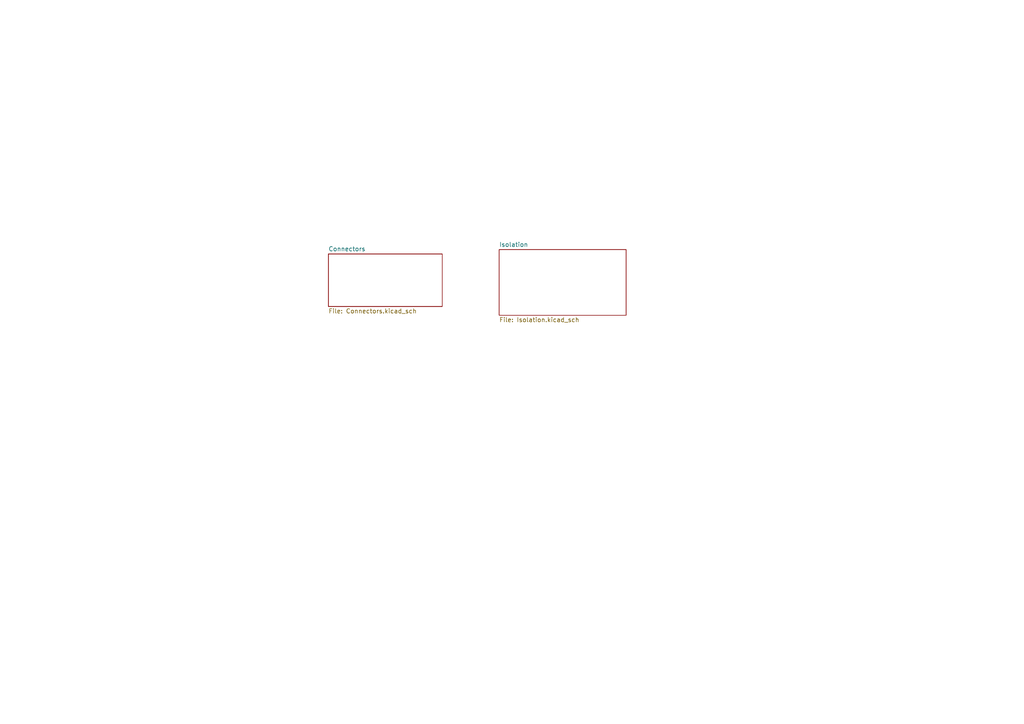
<source format=kicad_sch>
(kicad_sch
	(version 20231120)
	(generator "eeschema")
	(generator_version "8.0")
	(uuid "e63e39d7-6ac0-4ffd-8aa3-1841a4541b55")
	(paper "A4")
	(title_block
		(title "EFM8 USB Debug Adapter")
		(date "2024-03-22")
		(rev "B1")
		(company "fl0m0")
	)
	(lib_symbols)
	(sheet
		(at 95.25 73.66)
		(size 33.02 15.24)
		(fields_autoplaced yes)
		(stroke
			(width 0.1524)
			(type solid)
		)
		(fill
			(color 0 0 0 0.0000)
		)
		(uuid "87d96610-9989-45eb-a16a-3bcff8243bf1")
		(property "Sheetname" "Connectors"
			(at 95.25 72.9484 0)
			(effects
				(font
					(size 1.27 1.27)
				)
				(justify left bottom)
			)
		)
		(property "Sheetfile" "Connectors.kicad_sch"
			(at 95.25 89.4846 0)
			(effects
				(font
					(size 1.27 1.27)
				)
				(justify left top)
			)
		)
		(instances
			(project "EFM8_USB_Debug_Adapter"
				(path "/e63e39d7-6ac0-4ffd-8aa3-1841a4541b55"
					(page "3")
				)
			)
		)
	)
	(sheet
		(at 144.78 72.39)
		(size 36.83 19.05)
		(fields_autoplaced yes)
		(stroke
			(width 0.1524)
			(type solid)
		)
		(fill
			(color 0 0 0 0.0000)
		)
		(uuid "fa77c0fa-f1e0-46a1-b2df-70ecd9a28426")
		(property "Sheetname" "Isolation"
			(at 144.78 71.6784 0)
			(effects
				(font
					(size 1.27 1.27)
				)
				(justify left bottom)
			)
		)
		(property "Sheetfile" "Isolation.kicad_sch"
			(at 144.78 92.0246 0)
			(effects
				(font
					(size 1.27 1.27)
				)
				(justify left top)
			)
		)
		(instances
			(project "EFM8_USB_Debug_Adapter"
				(path "/e63e39d7-6ac0-4ffd-8aa3-1841a4541b55"
					(page "2")
				)
			)
		)
	)
	(sheet_instances
		(path "/"
			(page "1")
		)
	)
)

</source>
